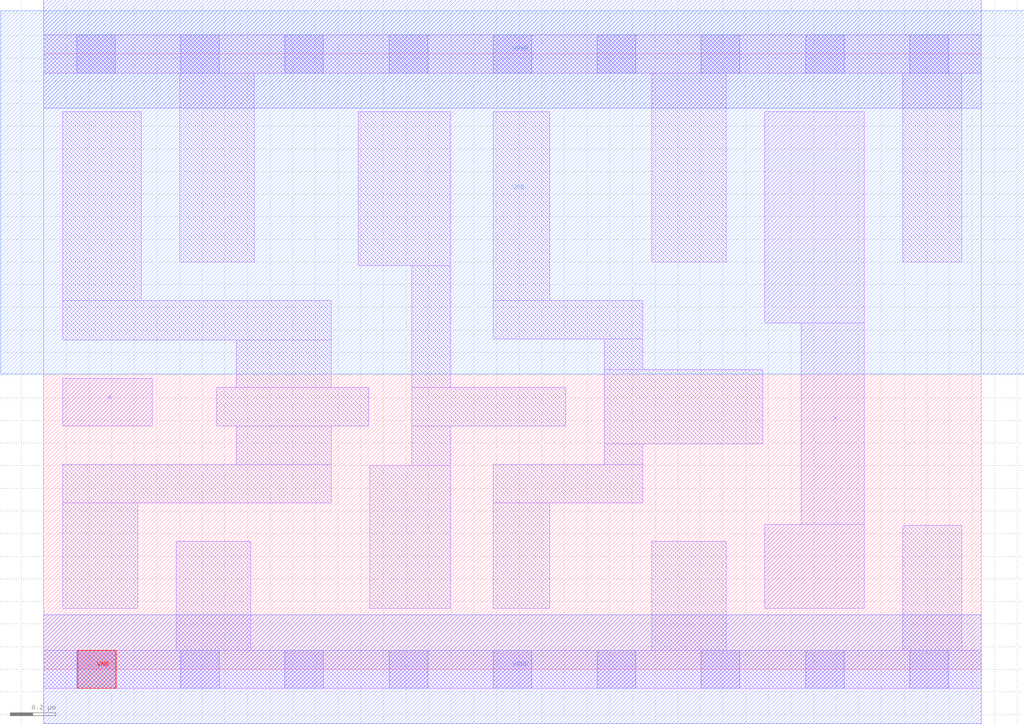
<source format=lef>
# Copyright 2020 The SkyWater PDK Authors
#
# Licensed under the Apache License, Version 2.0 (the "License");
# you may not use this file except in compliance with the License.
# You may obtain a copy of the License at
#
#     https://www.apache.org/licenses/LICENSE-2.0
#
# Unless required by applicable law or agreed to in writing, software
# distributed under the License is distributed on an "AS IS" BASIS,
# WITHOUT WARRANTIES OR CONDITIONS OF ANY KIND, either express or implied.
# See the License for the specific language governing permissions and
# limitations under the License.
#
# SPDX-License-Identifier: Apache-2.0

VERSION 5.7 ;
  NOWIREEXTENSIONATPIN ON ;
  DIVIDERCHAR "/" ;
  BUSBITCHARS "[]" ;
MACRO sky130_fd_sc_hd__clkdlybuf4s50_2
  CLASS CORE ;
  FOREIGN sky130_fd_sc_hd__clkdlybuf4s50_2 ;
  ORIGIN  0.000000  0.000000 ;
  SIZE  4.140000 BY  2.720000 ;
  SYMMETRY X Y R90 ;
  SITE unithd ;
  PIN A
    ANTENNAGATEAREA  0.213000 ;
    DIRECTION INPUT ;
    USE SIGNAL ;
    PORT
      LAYER li1 ;
        RECT 0.085000 1.075000 0.480000 1.285000 ;
    END
  END A
  PIN X
    ANTENNADIFFAREA  0.390500 ;
    DIRECTION OUTPUT ;
    USE SIGNAL ;
    PORT
      LAYER li1 ;
        RECT 3.185000 0.270000 3.625000 0.640000 ;
        RECT 3.185000 1.530000 3.625000 2.465000 ;
        RECT 3.345000 0.640000 3.625000 1.530000 ;
    END
  END X
  PIN VGND
    DIRECTION INOUT ;
    SHAPE ABUTMENT ;
    USE GROUND ;
    PORT
      LAYER met1 ;
        RECT 0.000000 -0.240000 4.140000 0.240000 ;
    END
  END VGND
  PIN VNB
    DIRECTION INOUT ;
    USE GROUND ;
    PORT
      LAYER pwell ;
        RECT 0.150000 -0.085000 0.320000 0.085000 ;
    END
  END VNB
  PIN VPB
    DIRECTION INOUT ;
    USE POWER ;
    PORT
      LAYER nwell ;
        RECT -0.190000 1.305000 4.330000 2.910000 ;
    END
  END VPB
  PIN VPWR
    DIRECTION INOUT ;
    SHAPE ABUTMENT ;
    USE POWER ;
    PORT
      LAYER met1 ;
        RECT 0.000000 2.480000 4.140000 2.960000 ;
    END
  END VPWR
  OBS
    LAYER li1 ;
      RECT 0.000000 -0.085000 4.140000 0.085000 ;
      RECT 0.000000  2.635000 4.140000 2.805000 ;
      RECT 0.085000  0.270000 0.415000 0.735000 ;
      RECT 0.085000  0.735000 1.270000 0.905000 ;
      RECT 0.085000  1.455000 1.270000 1.630000 ;
      RECT 0.085000  1.630000 0.430000 2.465000 ;
      RECT 0.585000  0.085000 0.915000 0.565000 ;
      RECT 0.600000  1.800000 0.930000 2.635000 ;
      RECT 0.765000  1.075000 1.435000 1.245000 ;
      RECT 0.850000  0.905000 1.270000 1.075000 ;
      RECT 0.850000  1.245000 1.270000 1.455000 ;
      RECT 1.390000  1.785000 1.795000 2.465000 ;
      RECT 1.440000  0.270000 1.795000 0.900000 ;
      RECT 1.625000  0.900000 1.795000 1.075000 ;
      RECT 1.625000  1.075000 2.305000 1.245000 ;
      RECT 1.625000  1.245000 1.795000 1.785000 ;
      RECT 1.985000  0.270000 2.235000 0.735000 ;
      RECT 1.985000  0.735000 2.645000 0.905000 ;
      RECT 1.985000  1.460000 2.645000 1.630000 ;
      RECT 1.985000  1.630000 2.235000 2.465000 ;
      RECT 2.475000  0.905000 2.645000 0.995000 ;
      RECT 2.475000  0.995000 3.175000 1.325000 ;
      RECT 2.475000  1.325000 2.645000 1.460000 ;
      RECT 2.685000  0.085000 3.015000 0.565000 ;
      RECT 2.685000  1.800000 3.015000 2.635000 ;
      RECT 3.795000  0.085000 4.055000 0.635000 ;
      RECT 3.795000  1.800000 4.055000 2.635000 ;
    LAYER mcon ;
      RECT 0.145000 -0.085000 0.315000 0.085000 ;
      RECT 0.145000  2.635000 0.315000 2.805000 ;
      RECT 0.605000 -0.085000 0.775000 0.085000 ;
      RECT 0.605000  2.635000 0.775000 2.805000 ;
      RECT 1.065000 -0.085000 1.235000 0.085000 ;
      RECT 1.065000  2.635000 1.235000 2.805000 ;
      RECT 1.525000 -0.085000 1.695000 0.085000 ;
      RECT 1.525000  2.635000 1.695000 2.805000 ;
      RECT 1.985000 -0.085000 2.155000 0.085000 ;
      RECT 1.985000  2.635000 2.155000 2.805000 ;
      RECT 2.445000 -0.085000 2.615000 0.085000 ;
      RECT 2.445000  2.635000 2.615000 2.805000 ;
      RECT 2.905000 -0.085000 3.075000 0.085000 ;
      RECT 2.905000  2.635000 3.075000 2.805000 ;
      RECT 3.365000 -0.085000 3.535000 0.085000 ;
      RECT 3.365000  2.635000 3.535000 2.805000 ;
      RECT 3.825000 -0.085000 3.995000 0.085000 ;
      RECT 3.825000  2.635000 3.995000 2.805000 ;
  END
END sky130_fd_sc_hd__clkdlybuf4s50_2
END LIBRARY

</source>
